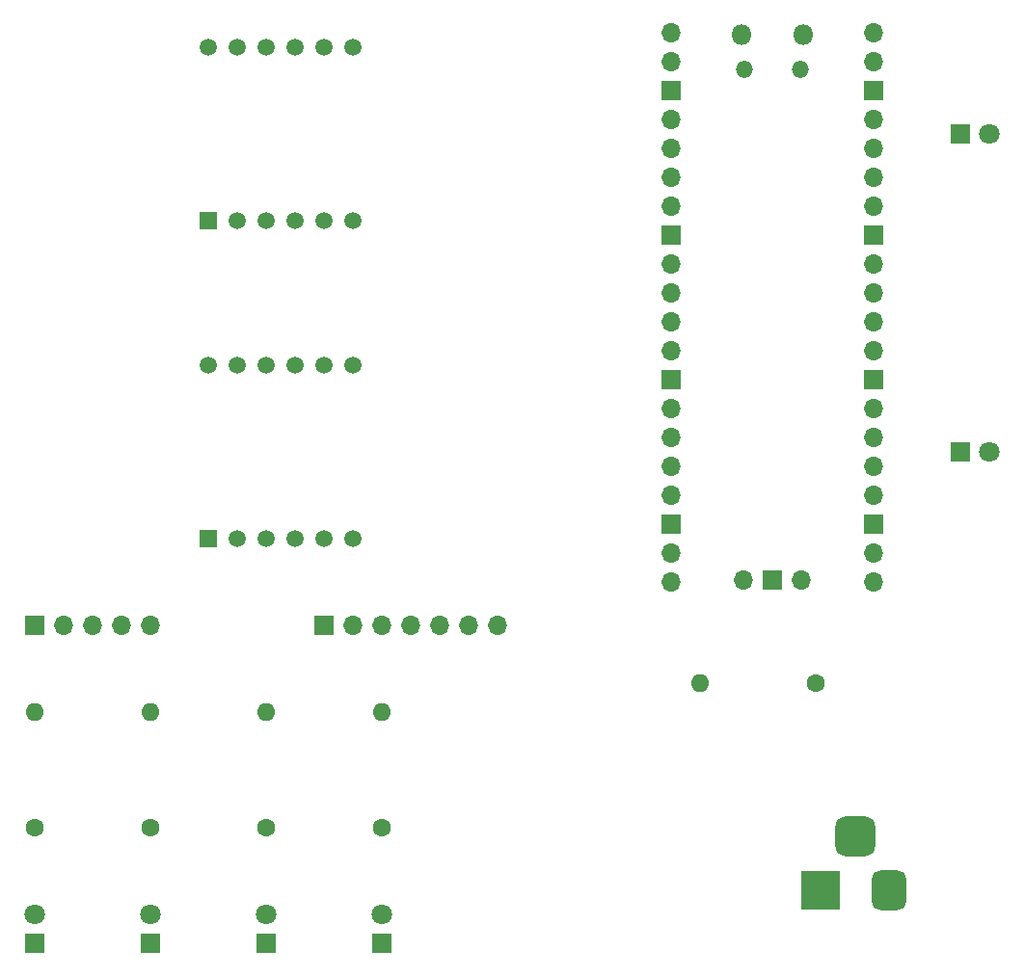
<source format=gbr>
%TF.GenerationSoftware,KiCad,Pcbnew,7.0.5-0*%
%TF.CreationDate,2023-07-14T21:04:26-05:00*%
%TF.ProjectId,lab-env-sensor-hw,6c61622d-656e-4762-9d73-656e736f722d,rev?*%
%TF.SameCoordinates,Original*%
%TF.FileFunction,Soldermask,Bot*%
%TF.FilePolarity,Negative*%
%FSLAX46Y46*%
G04 Gerber Fmt 4.6, Leading zero omitted, Abs format (unit mm)*
G04 Created by KiCad (PCBNEW 7.0.5-0) date 2023-07-14 21:04:26*
%MOMM*%
%LPD*%
G01*
G04 APERTURE LIST*
G04 Aperture macros list*
%AMRoundRect*
0 Rectangle with rounded corners*
0 $1 Rounding radius*
0 $2 $3 $4 $5 $6 $7 $8 $9 X,Y pos of 4 corners*
0 Add a 4 corners polygon primitive as box body*
4,1,4,$2,$3,$4,$5,$6,$7,$8,$9,$2,$3,0*
0 Add four circle primitives for the rounded corners*
1,1,$1+$1,$2,$3*
1,1,$1+$1,$4,$5*
1,1,$1+$1,$6,$7*
1,1,$1+$1,$8,$9*
0 Add four rect primitives between the rounded corners*
20,1,$1+$1,$2,$3,$4,$5,0*
20,1,$1+$1,$4,$5,$6,$7,0*
20,1,$1+$1,$6,$7,$8,$9,0*
20,1,$1+$1,$8,$9,$2,$3,0*%
G04 Aperture macros list end*
%ADD10R,1.500000X1.500000*%
%ADD11C,1.500000*%
%ADD12R,3.500000X3.500000*%
%ADD13RoundRect,0.750000X0.750000X1.000000X-0.750000X1.000000X-0.750000X-1.000000X0.750000X-1.000000X0*%
%ADD14RoundRect,0.875000X0.875000X0.875000X-0.875000X0.875000X-0.875000X-0.875000X0.875000X-0.875000X0*%
%ADD15O,1.700000X1.700000*%
%ADD16R,1.700000X1.700000*%
%ADD17O,1.800000X1.800000*%
%ADD18O,1.500000X1.500000*%
%ADD19R,1.800000X1.800000*%
%ADD20C,1.800000*%
%ADD21C,1.600000*%
%ADD22O,1.600000X1.600000*%
G04 APERTURE END LIST*
D10*
%TO.C,U2*%
X83820000Y-88900000D03*
D11*
X86360000Y-88900000D03*
X88900000Y-88900000D03*
X91440000Y-88900000D03*
X93980000Y-88900000D03*
X96520000Y-88900000D03*
X96520000Y-73660000D03*
X93980000Y-73660000D03*
X91440000Y-73660000D03*
X88900000Y-73660000D03*
X86360000Y-73660000D03*
X83820000Y-73660000D03*
%TD*%
D12*
%TO.C,J1*%
X137620000Y-119760000D03*
D13*
X143620000Y-119760000D03*
D14*
X140620000Y-115060000D03*
%TD*%
D15*
%TO.C,U3*%
X135890000Y-92480000D03*
D16*
X133350000Y-92480000D03*
D15*
X130810000Y-92480000D03*
X142240000Y-44450000D03*
X142240000Y-46990000D03*
D16*
X142240000Y-49530000D03*
D15*
X142240000Y-52070000D03*
X142240000Y-54610000D03*
X142240000Y-57150000D03*
X142240000Y-59690000D03*
D16*
X142240000Y-62230000D03*
D15*
X142240000Y-64770000D03*
X142240000Y-67310000D03*
X142240000Y-69850000D03*
X142240000Y-72390000D03*
D16*
X142240000Y-74930000D03*
D15*
X142240000Y-77470000D03*
X142240000Y-80010000D03*
X142240000Y-82550000D03*
X142240000Y-85090000D03*
D16*
X142240000Y-87630000D03*
D15*
X142240000Y-90170000D03*
X142240000Y-92710000D03*
X124460000Y-92710000D03*
X124460000Y-90170000D03*
D16*
X124460000Y-87630000D03*
D15*
X124460000Y-85090000D03*
X124460000Y-82550000D03*
X124460000Y-80010000D03*
X124460000Y-77470000D03*
D16*
X124460000Y-74930000D03*
D15*
X124460000Y-72390000D03*
X124460000Y-69850000D03*
X124460000Y-67310000D03*
X124460000Y-64770000D03*
D16*
X124460000Y-62230000D03*
D15*
X124460000Y-59690000D03*
X124460000Y-57150000D03*
X124460000Y-54610000D03*
X124460000Y-52070000D03*
D16*
X124460000Y-49530000D03*
D15*
X124460000Y-46990000D03*
X124460000Y-44450000D03*
D17*
X136075000Y-44580000D03*
D18*
X135775000Y-47610000D03*
X130925000Y-47610000D03*
D17*
X130625000Y-44580000D03*
%TD*%
D16*
%TO.C,J2*%
X93980000Y-96520000D03*
D15*
X96520000Y-96520000D03*
X99060000Y-96520000D03*
X101600000Y-96520000D03*
X104140000Y-96520000D03*
X106680000Y-96520000D03*
X109220000Y-96520000D03*
%TD*%
D19*
%TO.C,D3*%
X68580000Y-124460000D03*
D20*
X68580000Y-121920000D03*
%TD*%
D21*
%TO.C,R1*%
X137160000Y-101600000D03*
D22*
X127000000Y-101600000D03*
%TD*%
D19*
%TO.C,D4*%
X78740000Y-124460000D03*
D20*
X78740000Y-121920000D03*
%TD*%
D19*
%TO.C,D6*%
X99060000Y-124460000D03*
D20*
X99060000Y-121920000D03*
%TD*%
D19*
%TO.C,D5*%
X88900000Y-124460000D03*
D20*
X88900000Y-121920000D03*
%TD*%
D21*
%TO.C,R5*%
X99060000Y-114300000D03*
D22*
X99060000Y-104140000D03*
%TD*%
D19*
%TO.C,D1*%
X149860000Y-53340000D03*
D20*
X152400000Y-53340000D03*
%TD*%
D21*
%TO.C,R4*%
X88900000Y-114300000D03*
D22*
X88900000Y-104140000D03*
%TD*%
D19*
%TO.C,D2*%
X149860000Y-81280000D03*
D20*
X152400000Y-81280000D03*
%TD*%
D16*
%TO.C,J3*%
X68580000Y-96520000D03*
D15*
X71120000Y-96520000D03*
X73660000Y-96520000D03*
X76200000Y-96520000D03*
X78740000Y-96520000D03*
%TD*%
D21*
%TO.C,R2*%
X68580000Y-114300000D03*
D22*
X68580000Y-104140000D03*
%TD*%
D21*
%TO.C,R3*%
X78740000Y-114300000D03*
D22*
X78740000Y-104140000D03*
%TD*%
D10*
%TO.C,U1*%
X83820000Y-60960000D03*
D11*
X86360000Y-60960000D03*
X88900000Y-60960000D03*
X91440000Y-60960000D03*
X93980000Y-60960000D03*
X96520000Y-60960000D03*
X96520000Y-45720000D03*
X93980000Y-45720000D03*
X91440000Y-45720000D03*
X88900000Y-45720000D03*
X86360000Y-45720000D03*
X83820000Y-45720000D03*
%TD*%
M02*

</source>
